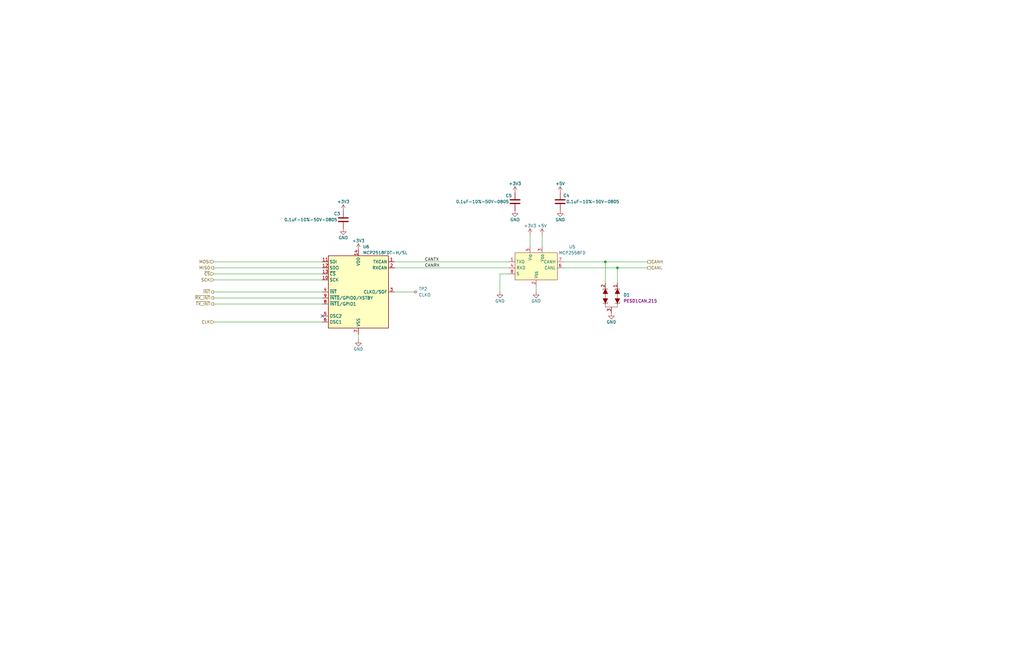
<source format=kicad_sch>
(kicad_sch (version 20250114) (generator "eeschema") (generator_version "9.0")
  (paper "B")
  (title_block (title "NX Indicator Board V1") (date "2025-04-26") (rev "1") (company "971 Spartan Robotics"))
  (lib_symbols
    (symbol "Connector:TestPoint_Small" (pin_numbers (hide yes)) (pin_names (offset 0.762) (hide yes))
      (property "Reference" "TP" (at 0 3.81 0))
      (property "Value" "TestPoint_Small" (at 0 2.032 0))
      (symbol "TestPoint_Small_0_1"
        (circle (center 0 0) (radius 0.508))
      )
      (symbol "TestPoint_Small_1_1"
        (pin passive line (at 0 0 90) (length 0) (name "1") (number "1"))
      )
    )
    (symbol "Device:C" (pin_numbers (hide yes)) (pin_names (offset 0.254))
      (property "Reference" "C" (at 0.635 2.54 0))
      (property "Value" "C" (at 0.635 -2.54 0))
      (symbol "C_0_1"
        (polyline (pts (xy -2.032 0.762) (xy 2.032 0.762)) (stroke (width 0.508)))
        (polyline (pts (xy -2.032 -0.762) (xy 2.032 -0.762)) (stroke (width 0.508)))
      )
      (symbol "C_1_1"
        (pin passive line (at 0 3.81 270) (length 2.794) (name "~") (number "1"))
        (pin passive line (at 0 -3.81 90) (length 2.794) (name "~") (number "2"))
      )
    )
    (symbol "Interface_CAN_LIN:MCP2518FD-xQBB"
      (property "Reference" "U6" (at 1.905 13.97 0))
      (property "Value" "MCP2518FDT-H/SL" (at 1.905 11.43 0))
      (symbol "MCP2518FD-xQBB_0_1"
        (rectangle (start -12.7 10.16) (end 12.7 -20.32) (stroke (width 0.254)) (fill (type background)))
      )
      (symbol "MCP2518FD-xQBB_1_1"
        (pin input line (at -15.24 7.62 0) (length 2.54) (name "SDI") (number "11"))
        (pin output line (at -15.24 5.08 0) (length 2.54) (name "SDO") (number "12"))
        (pin input line (at -15.24 2.54 0) (length 2.54) (name "~{CS}") (number "13"))
        (pin input line (at -15.24 0 0) (length 2.54) (name "SCK") (number "10"))
        (pin output line (at -15.24 -5.08 0) (length 2.54) (name "~{INT}") (number "4"))
        (pin bidirectional line (at -15.24 -7.62 0) (length 2.54) (name "~{INT0}/GPIO0/XSTBY") (number "9"))
        (pin bidirectional line (at -15.24 -10.16 0) (length 2.54) (name "~{INT1}/GPIO1") (number "8"))
        (pin output line (at -15.24 -15.24 0) (length 2.54) (name "OSC2") (number "5"))
        (pin input line (at -15.24 -17.78 0) (length 2.54) (name "OSC1") (number "6"))
        (pin power_in line (at 0 12.7 270) (length 2.54) (name "VDD") (number "14"))
        (pin power_in line (at 0 -22.86 90) (length 2.54) (name "VSS") (number "7"))
        (pin output line (at 15.24 7.62 180) (length 2.54) (name "TXCAN") (number "1"))
        (pin input line (at 15.24 5.08 180) (length 2.54) (name "RXCAN") (number "2"))
        (pin output line (at 15.24 -5.08 180) (length 2.54) (name "CLKO/SOF") (number "3"))
      )
    )
    (symbol "NX-IndicatorBoard:Microchip-MCP2558FDT-H/MF"
      (property "Reference" "U5" (at 15.24 2.5086 0))
      (property "Value" "MCP2558FD" (at 15.24 -0.0314 0))
      (symbol "Microchip-MCP2558FDT-H/MF_1_1"
        (rectangle (start -8.89 0) (end 8.89 -11.43) (fill (type background)))
        (pin input line (at -11.43 -3.81 0) (length 2.54) (name "TXD") (number "1"))
        (pin output line (at -11.43 -6.35 0) (length 2.54) (name "RXD") (number "4"))
        (pin input line (at -11.43 -8.89 0) (length 2.54) (name "S") (number "8"))
        (pin output line (at -2.54 2.54 270) (length 2.54) (name "V_{IO}") (number "5"))
        (pin passive line (at 0 -13.97 90) (length 2.54) (name "V_{SS}") (number "2"))
        (pin passive line (at 2.54 2.54 270) (length 2.54) (name "V_{DD}") (number "3"))
        (pin open_emitter line (at 11.43 -3.81 180) (length 2.54) (name "CANH") (number "7"))
        (pin open_collector line (at 11.43 -6.35 180) (length 2.54) (name "CANL") (number "6"))
      )
    )
    (symbol "PI-Power-Board:PESD1CAN" (pin_names (hide yes))
      (property "Reference" "D" (at 0 0 0))
      (property "MFG P/N" "PESD1CAN,215" (at 0 0 0))
      (symbol "PESD1CAN_0_1"
        (polyline (pts (xy -1.27 -1.524) (xy -1.27 -3.556) (xy -0.762 -3.556)))
        (polyline (pts (xy -1.27 -2.54) (xy 0.762 -2.54)))
        (polyline (pts (xy -1.27 -6.604) (xy -1.27 -8.636) (xy -0.762 -8.636)))
        (polyline (pts (xy -1.27 -7.62) (xy 0.762 -7.62)))
        (polyline (pts (xy 0.635 -2.54) (xy 3.175 -2.54)))
        (polyline (pts (xy 0.635 -7.62) (xy 3.175 -7.62)))
        (polyline (pts (xy 0.762 -1.524) (xy -1.27 -2.54) (xy 0.762 -3.556) (xy 0.762 -1.524)) (fill (type outline)))
        (polyline (pts (xy 0.762 -6.604) (xy -1.27 -7.62) (xy 0.762 -8.636) (xy 0.762 -6.604)) (fill (type outline)))
        (polyline (pts (xy 2.794 -3.556) (xy 4.826 -2.54) (xy 2.794 -1.524) (xy 2.794 -3.556)) (fill (type outline)))
        (polyline (pts (xy 2.794 -8.636) (xy 4.826 -7.62) (xy 2.794 -6.604) (xy 2.794 -8.636)) (fill (type outline)))
        (polyline (pts (xy 4.445 -2.54) (xy 6.35 -2.54) (xy 6.35 -7.62) (xy 4.445 -7.62)))
        (polyline (pts (xy 4.826 -2.54) (xy 2.794 -2.54)))
        (polyline (pts (xy 4.826 -3.556) (xy 4.826 -1.524) (xy 4.318 -1.524)))
        (polyline (pts (xy 4.826 -7.62) (xy 2.794 -7.62)))
        (polyline (pts (xy 4.826 -8.636) (xy 4.826 -6.604) (xy 4.318 -6.604)))
      )
      (symbol "PESD1CAN_1_1"
        (pin passive line (at -3.81 -2.54 0) (length 2.54) (name "K1") (number "1"))
        (pin passive line (at -3.81 -7.62 0) (length 2.54) (name "K1") (number "2"))
        (pin passive line (at 8.89 -5.08 180) (length 2.54) (name "KK") (number "3"))
      )
    )
    (symbol "power:+3V3" (power) (pin_names (offset 0))
      (property "Value" "+3V3" (at 0 3.556 0))
      (symbol "+3V3_0_1"
        (polyline (pts (xy -0.762 1.27) (xy 0 2.54)))
        (polyline (pts (xy 0 2.54) (xy 0.762 1.27)))
        (polyline (pts (xy 0 0) (xy 0 2.54)))
      )
      (symbol "+3V3_1_1"
        (pin power_in line (at 0 0 90) (length 0) (hide yes) (name "+3V3") (number "1"))
      )
    )
    (symbol "power:+5V" (power) (pin_numbers (hide yes)) (pin_names (offset 0) (hide yes))
      (property "Value" "+5V" (at 0 3.556 0))
      (symbol "+5V_0_1"
        (polyline (pts (xy -0.762 1.27) (xy 0 2.54)))
        (polyline (pts (xy 0 2.54) (xy 0.762 1.27)))
        (polyline (pts (xy 0 0) (xy 0 2.54)))
      )
      (symbol "+5V_1_1"
        (pin power_in line (at 0 0 90) (length 0) (name "~") (number "1"))
      )
    )
    (symbol "power:GND" (power) (pin_names (offset 0))
      (property "Value" "GND" (at 0 -3.81 0))
      (symbol "GND_0_1"
        (polyline (pts (xy 0 0) (xy 0 -1.27) (xy 1.27 -1.27) (xy 0 -2.54) (xy -1.27 -1.27) (xy 0 -1.27)))
      )
      (symbol "GND_1_1"
        (pin power_in line (at 0 0 270) (length 0) (hide yes) (name "GND") (number "1"))
      )
    )
  )
  (junction (at 260.35 113.03))
  (junction (at 255.27 110.49))
  (no_connect (at 135.89 133.35))
  (wire (pts (xy 90.17 113.03) (xy 135.89 113.03)))
  (wire (pts (xy 166.37 123.19) (xy 175.26 123.19)))
  (wire (pts (xy 151.13 140.97) (xy 151.13 143.51)))
  (wire (pts (xy 255.27 110.49) (xy 255.27 119.38)))
  (wire (pts (xy 260.35 113.03) (xy 273.05 113.03)))
  (wire (pts (xy 90.17 123.19) (xy 135.89 123.19)))
  (wire (pts (xy 90.17 128.27) (xy 135.89 128.27)))
  (wire (pts (xy 223.52 99.06) (xy 223.52 104.14)))
  (wire (pts (xy 90.17 118.11) (xy 135.89 118.11)))
  (wire (pts (xy 237.49 110.49) (xy 255.27 110.49)))
  (wire (pts (xy 255.27 110.49) (xy 273.05 110.49)))
  (wire (pts (xy 90.17 135.89) (xy 135.89 135.89)))
  (wire (pts (xy 214.63 115.57) (xy 210.82 115.57)))
  (wire (pts (xy 166.37 113.03) (xy 214.63 113.03)))
  (wire (pts (xy 166.37 110.49) (xy 214.63 110.49)))
  (wire (pts (xy 237.49 113.03) (xy 260.35 113.03)))
  (wire (pts (xy 210.82 115.57) (xy 210.82 123.19)))
  (wire (pts (xy 226.06 120.65) (xy 226.06 123.19)))
  (wire (pts (xy 90.17 115.57) (xy 135.89 115.57)))
  (wire (pts (xy 228.6 99.06) (xy 228.6 104.14)))
  (wire (pts (xy 260.35 113.03) (xy 260.35 119.38)))
  (wire (pts (xy 90.17 110.49) (xy 135.89 110.49)))
  (wire (pts (xy 90.17 125.73) (xy 135.89 125.73)))
  (label "CANTX" (at 179.07 110.49 0))
  (label "CANRX" (at 179.07 113.03 0))
  (hierarchical_label "CLK" (shape input) (at 90.17 135.89 180))
  (hierarchical_label "CANL" (shape passive) (at 273.05 113.03 0))
  (hierarchical_label "MISO" (shape output) (at 90.17 113.03 180))
  (hierarchical_label "~{INT}" (shape output) (at 90.17 123.19 180))
  (hierarchical_label "SCK" (shape input) (at 90.17 118.11 180))
  (hierarchical_label "~{TX_INT}" (shape output) (at 90.17 128.27 180))
  (hierarchical_label "~{RX_INT}" (shape output) (at 90.17 125.73 180))
  (hierarchical_label "~{CS}" (shape input) (at 90.17 115.57 180))
  (hierarchical_label "CANH" (shape passive) (at 273.05 110.49 0))
  (hierarchical_label "MOSI" (shape input) (at 90.17 110.49 180))
  (symbol (lib_id "PI-Power-Board:PESD1CAN") (at 262.89 123.19 270) (unit 1)
    (property "Reference" "D2" (at 262.89 124.4599 90) (effects (justify left)))
    (property "Value" "PESD1CAN" (effects (hide yes)))
    (property "Footprint" "Package_TO_SOT_SMD:SOT-23" (effects (hide yes)))
    (property "Datasheet" "Components/Nexperia-PESD1CAN.pdf" (effects (hide yes)))
    (property "MFG" "Nexperia" (effects (hide yes)))
    (property "MFG P/N" "PESD1CAN,215" (at 262.89 126.9999 90) (effects (justify left)))
    (property "DIST" "Digikey" (effects (hide yes)))
    (property "DIST P/N" "1727-3817-1-ND" (effects (hide yes)))
    (instances (project "NX-IndicatorBoard" (path "" (reference "D1") (unit 1)) (path "" (reference "D2") (unit 1))))
  )
  (symbol (lib_id "power:+5V") (at 228.6 99.06 0) (unit 1)
    (property "Reference" "#PWR033" (effects (hide yes)))
    (property "Value" "+5V" (at 228.6 95.25 0))
    (property "Description" "Power symbol creates a global label with name \"+5V\"" (effects (hide yes)))
    (instances (project "NX-IndicatorBoard" (path "" (reference "#PWR049") (unit 1)) (path "" (reference "#PWR033") (unit 1))))
  )
  (symbol (lib_id "power:GND") (at 217.17 88.9 0) (unit 1)
    (property "Reference" "#PWR030" (effects (hide yes)))
    (property "Value" "GND" (at 217.17 92.71 0))
    (instances (project "NX-IndicatorBoard" (path "" (reference "#PWR046") (unit 1)) (path "" (reference "#PWR030") (unit 1))))
  )
  (symbol (lib_id "power:+3V3") (at 144.78 88.9 0) (unit 1)
    (property "Reference" "#PWR024" (effects (hide yes)))
    (property "Value" "+3V3" (at 144.78 85.09 0))
    (instances (project "NX-IndicatorBoard" (path "" (reference "#PWR040") (unit 1)) (path "" (reference "#PWR024") (unit 1))))
  )
  (symbol (lib_id "power:GND") (at 210.82 123.19 0) (unit 1)
    (property "Reference" "#PWR028" (effects (hide yes)))
    (property "Value" "GND" (at 210.82 127 0))
    (instances (project "NX-IndicatorBoard" (path "" (reference "#PWR044") (unit 1)) (path "" (reference "#PWR028") (unit 1))))
  )
  (symbol (lib_id "power:GND") (at 151.13 143.51 0) (unit 1)
    (property "Reference" "#PWR027" (effects (hide yes)))
    (property "Value" "GND" (at 151.13 147.32 0))
    (instances (project "NX-IndicatorBoard" (path "" (reference "#PWR043") (unit 1)) (path "" (reference "#PWR027") (unit 1))))
  )
  (symbol (lib_id "power:+3V3") (at 217.17 81.28 0) (unit 1)
    (property "Reference" "#PWR029" (effects (hide yes)))
    (property "Value" "+3V3" (at 217.17 77.47 0))
    (instances (project "NX-IndicatorBoard" (path "" (reference "#PWR045") (unit 1)) (path "" (reference "#PWR029") (unit 1))))
  )
  (symbol (lib_id "power:GND") (at 226.06 123.19 0) (unit 1)
    (property "Reference" "#PWR032" (effects (hide yes)))
    (property "Value" "GND" (at 226.06 127 0))
    (instances (project "NX-IndicatorBoard" (path "" (reference "#PWR048") (unit 1)) (path "" (reference "#PWR032") (unit 1))))
  )
  (symbol (lib_id "power:GND") (at 144.78 96.52 0) (unit 1)
    (property "Reference" "#PWR025" (effects (hide yes)))
    (property "Value" "GND" (at 144.78 100.33 0))
    (instances (project "NX-IndicatorBoard" (path "" (reference "#PWR041") (unit 1)) (path "" (reference "#PWR025") (unit 1))))
  )
  (symbol (lib_id "Device:C") (at 144.78 92.71 0) (unit 1)
    (property "Reference" "C6" (at 143.51 90.17 0) (effects (justify right)))
    (property "Value" "0.1uF-10%-50V-0805" (at 142.24 92.71 0) (effects (justify right)))
    (property "Footprint" "Capacitor_SMD:C_0805_2012Metric" (effects (hide yes)))
    (property "Datasheet" "Components/YAGEO-UPY-GPHC_X7R_6.3V-to-250V_24.pdf" (effects (hide yes)))
    (property "MFG" "YAGEO" (effects (hide yes)))
    (property "MFG P/N" "CC0805KRX7R9BB104" (effects (hide yes)))
    (property "DIST" "Digikey" (effects (hide yes)))
    (property "DIST P/N" "311-1140-1-ND" (effects (hide yes)))
    (instances (project "NX-IndicatorBoard" (path "" (reference "C3") (unit 1)) (path "" (reference "C6") (unit 1))))
  )
  (symbol (lib_id "power:+3V3") (at 223.52 99.06 0) (unit 1)
    (property "Reference" "#PWR031" (effects (hide yes)))
    (property "Value" "+3V3" (at 223.52 95.25 0))
    (instances (project "NX-IndicatorBoard" (path "" (reference "#PWR047") (unit 1)) (path "" (reference "#PWR031") (unit 1))))
  )
  (symbol (lib_id "Connector:TestPoint_Small") (at 175.26 123.19 0) (unit 1) (in_bom no)
    (property "Reference" "TP1" (at 176.53 121.9199 0) (effects (justify left)))
    (property "Value" "CLKO" (at 176.53 124.4599 0) (effects (justify left)))
    (property "Footprint" "TestPoint:TestPoint_THTPad_D1.0mm_Drill0.5mm" (effects (hide yes)))
    (property "Description" "test point" (effects (hide yes)))
    (instances (project "NX-IndicatorBoard" (path "" (reference "TP2") (unit 1)) (path "" (reference "TP1") (unit 1))))
  )
  (symbol (lib_id "power:GND") (at 257.81 132.08 0) (unit 1)
    (property "Reference" "#PWR036" (effects (hide yes)))
    (property "Value" "GND" (at 257.81 135.89 0))
    (instances (project "NX-IndicatorBoard" (path "" (reference "#PWR052") (unit 1)) (path "" (reference "#PWR036") (unit 1))))
  )
  (symbol (lib_id "power:GND") (at 236.22 88.9 0) (unit 1)
    (property "Reference" "#PWR035" (effects (hide yes)))
    (property "Value" "GND" (at 236.22 92.71 0))
    (instances (project "NX-IndicatorBoard" (path "" (reference "#PWR051") (unit 1)) (path "" (reference "#PWR035") (unit 1))))
  )
  (symbol (lib_id "power:+3V3") (at 151.13 105.41 0) (unit 1)
    (property "Reference" "#PWR026" (effects (hide yes)))
    (property "Value" "+3V3" (at 151.13 101.6 0))
    (instances (project "NX-IndicatorBoard" (path "" (reference "#PWR042") (unit 1)) (path "" (reference "#PWR026") (unit 1))))
  )
  (symbol (lib_id "Interface_CAN_LIN:MCP2518FD-xQBB") (at 151.13 118.11 0) (unit 1)
    (property "Reference" "U3" (at 153.035 104.14 0) (effects (justify left)))
    (property "Value" "MCP2518FDT-H/SL" (at 153.035 106.68 0) (effects (justify left)))
    (property "Footprint" "Package_SO:SO-14_3.9x8.65mm_P1.27mm" (effects (hide yes)))
    (property "Datasheet" "Components/Microchip-MCP2518.pdf" (effects (hide yes)))
    (property "Description" "CAN FD Controller with SPI Interface, up to 8 Mbps, Vdd 2.7..5.5V,  functional safety ready, VDFN-14" (effects (hide yes)))
    (property "MFG" "Microchip" (effects (hide yes)))
    (property "MFG P/N" "MCP2518FDT-H/SL" (effects (hide yes)))
    (property "DIST" "Digikey" (effects (hide yes)))
    (property "DIST P/N" "MCP2518FDT-H/SLCT-ND" (effects (hide yes)))
    (instances (project "NX-IndicatorBoard" (path "" (reference "U6") (unit 1)) (path "" (reference "U3") (unit 1))))
  )
  (symbol (lib_id "power:+5V") (at 236.22 81.28 0) (unit 1)
    (property "Reference" "#PWR034" (effects (hide yes)))
    (property "Value" "+5V" (at 236.22 77.47 0))
    (property "Description" "Power symbol creates a global label with name \"+5V\"" (effects (hide yes)))
    (instances (project "NX-IndicatorBoard" (path "" (reference "#PWR050") (unit 1)) (path "" (reference "#PWR034") (unit 1))))
  )
  (symbol (lib_id "Device:C") (at 217.17 85.09 0) (unit 1)
    (property "Reference" "C8" (at 215.9 82.55 0) (effects (justify right)))
    (property "Value" "0.1uF-10%-50V-0805" (at 214.63 85.09 0) (effects (justify right)))
    (property "Footprint" "Capacitor_SMD:C_0805_2012Metric" (effects (hide yes)))
    (property "Datasheet" "Components/YAGEO-UPY-GPHC_X7R_6.3V-to-250V_24.pdf" (effects (hide yes)))
    (property "MFG" "YAGEO" (effects (hide yes)))
    (property "MFG P/N" "CC0805KRX7R9BB104" (effects (hide yes)))
    (property "DIST" "Digikey" (effects (hide yes)))
    (property "DIST P/N" "311-1140-1-ND" (effects (hide yes)))
    (instances (project "NX-IndicatorBoard" (path "" (reference "C5") (unit 1)) (path "" (reference "C8") (unit 1))))
  )
  (symbol (lib_id "Device:C") (at 236.22 85.09 0) (mirror y) (unit 1)
    (property "Reference" "C7" (at 237.49 82.55 0) (effects (justify right)))
    (property "Value" "0.1uF-10%-50V-0805" (at 238.76 85.09 0) (effects (justify right)))
    (property "Footprint" "Capacitor_SMD:C_0805_2012Metric" (effects (hide yes)))
    (property "Datasheet" "Components/YAGEO-UPY-GPHC_X7R_6.3V-to-250V_24.pdf" (effects (hide yes)))
    (property "MFG" "YAGEO" (effects (hide yes)))
    (property "MFG P/N" "CC0805KRX7R9BB104" (effects (hide yes)))
    (property "DIST" "Digikey" (effects (hide yes)))
    (property "DIST P/N" "311-1140-1-ND" (effects (hide yes)))
    (instances (project "NX-IndicatorBoard" (path "" (reference "C4") (unit 1)) (path "" (reference "C7") (unit 1))))
  )
  (symbol (lib_id "NX-IndicatorBoard:Microchip-MCP2558FDT-H/MF") (at 226.06 106.68 0) (unit 1)
    (property "Reference" "U2" (at 241.3 104.1714 0))
    (property "Value" "MCP2558FD" (at 241.3 106.7114 0))
    (property "Footprint" "Package_SO:SO-8_3.9x4.9mm_P1.27mm" (effects (hide yes)))
    (property "Datasheet" "Components/Microchip-MCP2558FD.pdf" (effects (hide yes)))
    (property "Description" "1/1 Transceiver CANbus 8-SOIC" (effects (hide yes)))
    (property "MFG" "Microchip" (effects (hide yes)))
    (property "MFG P/N" "MCP2558FD-H/SN" (effects (hide yes)))
    (property "DIST" "Digikey" (effects (hide yes)))
    (property "DIST P/N" "MCP2558FD-H/SN-ND" (effects (hide yes)))
    (instances (project "NX-IndicatorBoard" (path "" (reference "U5") (unit 1)) (path "" (reference "U2") (unit 1))))
  )
)
</source>
